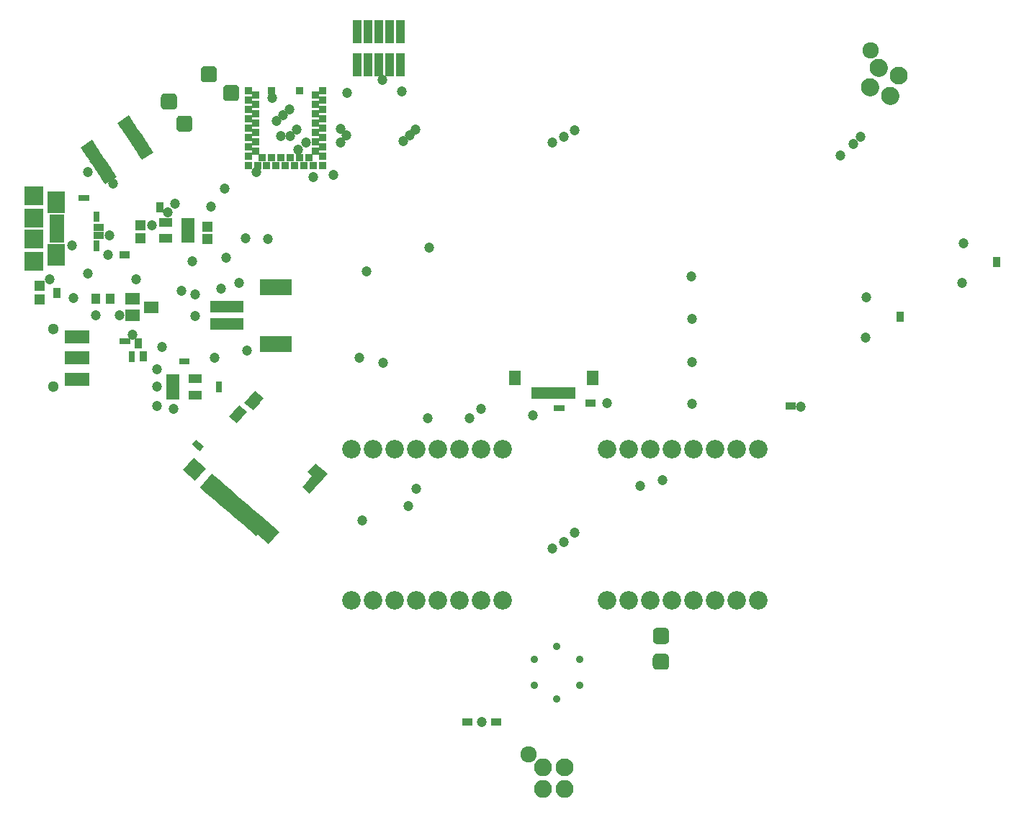
<source format=gbs>
G04 #@! TF.GenerationSoftware,KiCad,Pcbnew,(5.0.0-rc2-dev-321-g78161b592)*
G04 #@! TF.CreationDate,2018-05-29T00:04:35-06:00*
G04 #@! TF.ProjectId,dragon,647261676F6E2E6B696361645F706362,1.0*
G04 #@! TF.SameCoordinates,Original*
G04 #@! TF.FileFunction,Soldermask,Bot*
G04 #@! TF.FilePolarity,Negative*
%FSLAX46Y46*%
G04 Gerber Fmt 4.6, Leading zero omitted, Abs format (unit mm)*
G04 Created by KiCad (PCBNEW (5.0.0-rc2-dev-321-g78161b592)) date 05/29/18 00:04:35*
%MOMM*%
%LPD*%
G01*
G04 APERTURE LIST*
%ADD10C,0.900000*%
%ADD11C,1.924000*%
%ADD12C,2.100000*%
%ADD13C,2.100000*%
%ADD14O,2.100000X2.100000*%
%ADD15C,2.178000*%
%ADD16R,0.750000X0.700000*%
%ADD17R,0.700000X0.750000*%
%ADD18R,1.150000X1.200000*%
%ADD19R,1.200000X1.200000*%
%ADD20R,1.000000X1.200000*%
%ADD21R,1.750000X0.800000*%
%ADD22R,2.300000X2.300000*%
%ADD23R,2.000000X2.500000*%
%ADD24C,1.100176*%
%ADD25C,0.100000*%
%ADD26C,1.101190*%
%ADD27C,1.100642*%
%ADD28C,1.100870*%
%ADD29C,1.100982*%
%ADD30C,1.100174*%
%ADD31C,1.100710*%
%ADD32C,1.101054*%
%ADD33C,1.900920*%
%ADD34C,1.901800*%
%ADD35C,1.200584*%
%ADD36C,1.200364*%
%ADD37C,1.400010*%
%ADD38C,1.401290*%
%ADD39R,3.800000X1.900000*%
%ADD40R,3.900000X1.400000*%
%ADD41R,1.140000X2.800000*%
%ADD42R,0.680000X0.830000*%
%ADD43R,0.830000X0.680000*%
%ADD44C,1.300000*%
%ADD45R,2.900000X1.650000*%
%ADD46C,0.800000*%
%ADD47R,1.620000X1.050000*%
%ADD48R,0.900000X0.900000*%
%ADD49R,0.654000X1.416000*%
%ADD50R,1.416000X1.746200*%
%ADD51C,1.900000*%
%ADD52C,0.700000*%
%ADD53R,1.800000X1.400000*%
%ADD54C,1.200000*%
G04 APERTURE END LIST*
D10*
X144084679Y-132750000D03*
X144084679Y-135850000D03*
X141400000Y-137400000D03*
X138715321Y-135850000D03*
X138715321Y-132750000D03*
X141400000Y-131200000D03*
D11*
X178312327Y-61110099D03*
D12*
X181565270Y-64127187D03*
X180572813Y-66465270D03*
D13*
X180572813Y-66465270D02*
X180572813Y-66465270D01*
D12*
X179227187Y-63134730D03*
D13*
X179227187Y-63134730D02*
X179227187Y-63134730D01*
D12*
X178234730Y-65472813D03*
D13*
X178234730Y-65472813D02*
X178234730Y-65472813D01*
D11*
X138096780Y-143919831D03*
D12*
X142270000Y-145426051D03*
D14*
X142270000Y-147966051D03*
X139730000Y-145426051D03*
X139730000Y-147966051D03*
D15*
X117270000Y-108070000D03*
X119810000Y-108070000D03*
X122350000Y-108070000D03*
X124890000Y-108070000D03*
X127430000Y-108070000D03*
X129970000Y-108070000D03*
X132510000Y-108070000D03*
X135050000Y-108070000D03*
X117270000Y-125850000D03*
X119810000Y-125850000D03*
X122350000Y-125850000D03*
X124890000Y-125850000D03*
X127430000Y-125850000D03*
X129970000Y-125850000D03*
X132510000Y-125850000D03*
X135050000Y-125850000D03*
X147270000Y-108070000D03*
X149810000Y-108070000D03*
X152350000Y-108070000D03*
X154890000Y-108070000D03*
X157430000Y-108070000D03*
X159970000Y-108070000D03*
X162510000Y-108070000D03*
X165050000Y-108070000D03*
X147270000Y-125850000D03*
X149810000Y-125850000D03*
X152350000Y-125850000D03*
X154890000Y-125850000D03*
X157430000Y-125850000D03*
X159970000Y-125850000D03*
X162510000Y-125850000D03*
X165050000Y-125850000D03*
D16*
X87300000Y-83820000D03*
X87300000Y-84380000D03*
X87300000Y-80420000D03*
X87300000Y-80980000D03*
D17*
X86080000Y-78525000D03*
X85520000Y-78525000D03*
D18*
X92400000Y-81750000D03*
X92400000Y-83250000D03*
D16*
X91425000Y-96870000D03*
X91425000Y-97430000D03*
D18*
X100300000Y-83350000D03*
X100300000Y-81850000D03*
D17*
X90880000Y-95300000D03*
X90320000Y-95300000D03*
X97880000Y-97700000D03*
X97320000Y-97700000D03*
D16*
X101700000Y-100980000D03*
X101700000Y-100420000D03*
D19*
X80600000Y-88800000D03*
X80600000Y-90400000D03*
D20*
X87160000Y-90350000D03*
X88860000Y-90350000D03*
D21*
X82600000Y-83400000D03*
X82600000Y-82750000D03*
X82600000Y-82100000D03*
X82600000Y-81450000D03*
X82600000Y-80800000D03*
D22*
X79950000Y-83300000D03*
X79950000Y-80900000D03*
X79950000Y-85950000D03*
D23*
X82500000Y-85200000D03*
X82500000Y-79000000D03*
D22*
X79950000Y-78250000D03*
D24*
X100546255Y-112085284D03*
D25*
G36*
X100262146Y-113259157D02*
X99428065Y-112541734D01*
X100830364Y-110911411D01*
X101664445Y-111628834D01*
X100262146Y-113259157D01*
X100262146Y-113259157D01*
G37*
D26*
X101380203Y-112802592D03*
D25*
G36*
X101095651Y-113977758D02*
X100260801Y-113259674D01*
X101664755Y-111627426D01*
X102499605Y-112345510D01*
X101095651Y-113977758D01*
X101095651Y-113977758D01*
G37*
D27*
X102214151Y-113519900D03*
D25*
G36*
X101929838Y-114694368D02*
X101095403Y-113976641D01*
X102498464Y-112345432D01*
X103332899Y-113063159D01*
X101929838Y-114694368D01*
X101929838Y-114694368D01*
G37*
D28*
X103048099Y-114237209D03*
D25*
G36*
X102763686Y-115411968D02*
X101929079Y-114694092D01*
X103332512Y-113062450D01*
X104167119Y-113780326D01*
X102763686Y-115411968D01*
X102763686Y-115411968D01*
G37*
D29*
X103882046Y-114954517D03*
D25*
G36*
X103597584Y-116129418D02*
X102762892Y-115411470D01*
X104166508Y-113779616D01*
X105001200Y-114497564D01*
X103597584Y-116129418D01*
X103597584Y-116129418D01*
G37*
D30*
X104715994Y-115671825D03*
D25*
G36*
X104431888Y-116845693D02*
X103597808Y-116128272D01*
X105000100Y-114497957D01*
X105834180Y-115215378D01*
X104431888Y-116845693D01*
X104431888Y-116845693D01*
G37*
D31*
X105549942Y-116389133D03*
D25*
G36*
X105265602Y-117563684D02*
X104431116Y-116845913D01*
X105834282Y-115214582D01*
X106668768Y-115932353D01*
X105265602Y-117563684D01*
X105265602Y-117563684D01*
G37*
D32*
X106383890Y-117106442D03*
D25*
G36*
X106099397Y-118281435D02*
X105264650Y-117563439D01*
X106668383Y-115931449D01*
X107503130Y-116649445D01*
X106099397Y-118281435D01*
X106099397Y-118281435D01*
G37*
D33*
X107450977Y-117859403D03*
D25*
G36*
X108791347Y-117758620D02*
X107551760Y-119199773D01*
X106110607Y-117960186D01*
X107350194Y-116519033D01*
X108791347Y-117758620D01*
X108791347Y-117758620D01*
G37*
D34*
X98770338Y-110392876D03*
D25*
G36*
X100111328Y-110292046D02*
X98871168Y-111733866D01*
X97429348Y-110493706D01*
X98669508Y-109051886D01*
X100111328Y-110292046D01*
X100111328Y-110292046D01*
G37*
D35*
X112539598Y-112211699D03*
D25*
G36*
X112374848Y-113323793D02*
X111464644Y-112540894D01*
X112704348Y-111099605D01*
X113614552Y-111882504D01*
X112374848Y-113323793D01*
X112374848Y-113323793D01*
G37*
D36*
X103903757Y-103926336D03*
D25*
G36*
X103771678Y-105000277D02*
X102861641Y-104217522D01*
X104035836Y-102852395D01*
X104945873Y-103635150D01*
X103771678Y-105000277D01*
X103771678Y-105000277D01*
G37*
D37*
X113248608Y-110843003D03*
D25*
G36*
X114425312Y-110931802D02*
X113512367Y-111993198D01*
X112071904Y-110754204D01*
X112984849Y-109692808D01*
X114425312Y-110931802D01*
X114425312Y-110931802D01*
G37*
D38*
X105804651Y-102329746D03*
D25*
G36*
X105715711Y-103507595D02*
X104653345Y-102593816D01*
X105893591Y-101151897D01*
X106955957Y-102065676D01*
X105715711Y-103507595D01*
X105715711Y-103507595D01*
G37*
D39*
X108375000Y-95650000D03*
X108375000Y-88950000D03*
D40*
X102625000Y-93300000D03*
X102625000Y-91300000D03*
D41*
X122990000Y-62800000D03*
X122990000Y-58900000D03*
X121720000Y-62800000D03*
X121720000Y-58900000D03*
X120450000Y-62800000D03*
X120450000Y-58900000D03*
X119180000Y-62800000D03*
X119180000Y-58900000D03*
X117910000Y-62800000D03*
X117910000Y-58900000D03*
D42*
X87820953Y-82895000D03*
X87300953Y-82895000D03*
X87300953Y-81955000D03*
X87820953Y-81955000D03*
D43*
X82600000Y-89960000D03*
X82600000Y-89440000D03*
X94700000Y-79340000D03*
X94700000Y-79860000D03*
X92775000Y-97385000D03*
X92775000Y-96865000D03*
X92175000Y-95315000D03*
X92175000Y-95835000D03*
D42*
X90340000Y-85200000D03*
X90860000Y-85200000D03*
X134040000Y-140150000D03*
X134560000Y-140150000D03*
X131160000Y-140150000D03*
X130640000Y-140150000D03*
X145090000Y-102600000D03*
X145610000Y-102600000D03*
D43*
X181800000Y-92710000D03*
X181800000Y-92190000D03*
X193100000Y-85740000D03*
X193100000Y-86260000D03*
D42*
X168640000Y-103000000D03*
X169160000Y-103000000D03*
D44*
X82200000Y-93900000D03*
X82200000Y-100700000D03*
D45*
X84950000Y-94800000D03*
X84950000Y-97300000D03*
X84950000Y-99800000D03*
D46*
X86304492Y-72437651D03*
D25*
G36*
X86749472Y-71661769D02*
X87192186Y-72328106D01*
X85859512Y-73213533D01*
X85416798Y-72547196D01*
X86749472Y-71661769D01*
X86749472Y-71661769D01*
G37*
D46*
X86655896Y-72966556D03*
D25*
G36*
X87100876Y-72190674D02*
X87543590Y-72857011D01*
X86210916Y-73742438D01*
X85768202Y-73076101D01*
X87100876Y-72190674D01*
X87100876Y-72190674D01*
G37*
D46*
X87007298Y-73495461D03*
D25*
G36*
X87452278Y-72719579D02*
X87894992Y-73385916D01*
X86562318Y-74271343D01*
X86119604Y-73605006D01*
X87452278Y-72719579D01*
X87452278Y-72719579D01*
G37*
D46*
X87358703Y-74024366D03*
D25*
G36*
X87803683Y-73248484D02*
X88246397Y-73914821D01*
X86913723Y-74800248D01*
X86471009Y-74133911D01*
X87803683Y-73248484D01*
X87803683Y-73248484D01*
G37*
D46*
X87710107Y-74553271D03*
D25*
G36*
X88155087Y-73777389D02*
X88597801Y-74443726D01*
X87265127Y-75329153D01*
X86822413Y-74662816D01*
X88155087Y-73777389D01*
X88155087Y-73777389D01*
G37*
D46*
X88061510Y-75082176D03*
D25*
G36*
X88506490Y-74306294D02*
X88949204Y-74972631D01*
X87616530Y-75858058D01*
X87173816Y-75191721D01*
X88506490Y-74306294D01*
X88506490Y-74306294D01*
G37*
D46*
X88412914Y-75611080D03*
D25*
G36*
X88857894Y-74835198D02*
X89300608Y-75501535D01*
X87967934Y-76386962D01*
X87525220Y-75720625D01*
X88857894Y-74835198D01*
X88857894Y-74835198D01*
G37*
D46*
X88764317Y-76139985D03*
D25*
G36*
X89209297Y-75364103D02*
X89652011Y-76030440D01*
X88319337Y-76915867D01*
X87876623Y-76249530D01*
X89209297Y-75364103D01*
X89209297Y-75364103D01*
G37*
D46*
X93095508Y-73262349D03*
D25*
G36*
X93540488Y-72486467D02*
X93983202Y-73152804D01*
X92650528Y-74038231D01*
X92207814Y-73371894D01*
X93540488Y-72486467D01*
X93540488Y-72486467D01*
G37*
D46*
X92744104Y-72733444D03*
D25*
G36*
X93189084Y-71957562D02*
X93631798Y-72623899D01*
X92299124Y-73509326D01*
X91856410Y-72842989D01*
X93189084Y-71957562D01*
X93189084Y-71957562D01*
G37*
D46*
X92392702Y-72204539D03*
D25*
G36*
X92837682Y-71428657D02*
X93280396Y-72094994D01*
X91947722Y-72980421D01*
X91505008Y-72314084D01*
X92837682Y-71428657D01*
X92837682Y-71428657D01*
G37*
D46*
X92041297Y-71675634D03*
D25*
G36*
X92486277Y-70899752D02*
X92928991Y-71566089D01*
X91596317Y-72451516D01*
X91153603Y-71785179D01*
X92486277Y-70899752D01*
X92486277Y-70899752D01*
G37*
D46*
X91689893Y-71146729D03*
D25*
G36*
X92134873Y-70370847D02*
X92577587Y-71037184D01*
X91244913Y-71922611D01*
X90802199Y-71256274D01*
X92134873Y-70370847D01*
X92134873Y-70370847D01*
G37*
D46*
X91338490Y-70617824D03*
D25*
G36*
X91783470Y-69841942D02*
X92226184Y-70508279D01*
X90893510Y-71393706D01*
X90450796Y-70727369D01*
X91783470Y-69841942D01*
X91783470Y-69841942D01*
G37*
D46*
X90987086Y-70088920D03*
D25*
G36*
X91432066Y-69313038D02*
X91874780Y-69979375D01*
X90542106Y-70864802D01*
X90099392Y-70198465D01*
X91432066Y-69313038D01*
X91432066Y-69313038D01*
G37*
D46*
X90635683Y-69560015D03*
D25*
G36*
X91080663Y-68784133D02*
X91523377Y-69450470D01*
X90190703Y-70335897D01*
X89747989Y-69669560D01*
X91080663Y-68784133D01*
X91080663Y-68784133D01*
G37*
D47*
X98010000Y-81350000D03*
X98010000Y-82300000D03*
X98010000Y-83250000D03*
X95390000Y-83250000D03*
X95390000Y-81350000D03*
X98910000Y-101650000D03*
X98910000Y-99750000D03*
X96290000Y-99750000D03*
X96290000Y-100700000D03*
X96290000Y-101650000D03*
D48*
X113900000Y-65850001D03*
X113000000Y-66400000D03*
X113900000Y-66950000D03*
X113000000Y-67499999D03*
X113900000Y-68050000D03*
X113000000Y-68600000D03*
X113900000Y-69150000D03*
X113000000Y-69700000D03*
X113900000Y-70250000D03*
X113000000Y-70800001D03*
X113900000Y-71350000D03*
X113000000Y-71900000D03*
X113900000Y-72450000D03*
X113000000Y-73000000D03*
X113900000Y-73549999D03*
X113900000Y-74650000D03*
X112800000Y-74650001D03*
X112250000Y-73750000D03*
X111700000Y-74650000D03*
X111150000Y-73750000D03*
X110600000Y-74650000D03*
X110050000Y-73750000D03*
X109500000Y-74650001D03*
X108950000Y-73750000D03*
X108400000Y-74650000D03*
X107850000Y-73750000D03*
X107300000Y-74650000D03*
X106750000Y-73750000D03*
X106199999Y-74650000D03*
X105100000Y-74650000D03*
X105100000Y-73550000D03*
X106000000Y-73000000D03*
X105100001Y-72450000D03*
X106000000Y-71900000D03*
X105100000Y-71350000D03*
X106000000Y-70800000D03*
X105100000Y-70250000D03*
X106000000Y-69700000D03*
X105100001Y-69150000D03*
X106000000Y-68600000D03*
X105100000Y-68050000D03*
X106000000Y-67500000D03*
X105100000Y-66950000D03*
X106000000Y-66400000D03*
X105100000Y-65850000D03*
X107850000Y-65849999D03*
X111150000Y-65850000D03*
D49*
X138749999Y-101414000D03*
X139250001Y-101414000D03*
X139750000Y-101414000D03*
X140249999Y-101414000D03*
X140750000Y-101414000D03*
X141250000Y-101414000D03*
X141750001Y-101414000D03*
X142250000Y-101414000D03*
X142749999Y-101414000D03*
X143250001Y-101414000D03*
D50*
X145572000Y-99686800D03*
X136428000Y-99686800D03*
D25*
G36*
X154161558Y-129052287D02*
X154207668Y-129059127D01*
X154252885Y-129070453D01*
X154296775Y-129086157D01*
X154338913Y-129106087D01*
X154378896Y-129130052D01*
X154416337Y-129157820D01*
X154450876Y-129189124D01*
X154482180Y-129223663D01*
X154509948Y-129261104D01*
X154533913Y-129301087D01*
X154553843Y-129343225D01*
X154569547Y-129387115D01*
X154580873Y-129432332D01*
X154587713Y-129478442D01*
X154590000Y-129525000D01*
X154590000Y-130475000D01*
X154587713Y-130521558D01*
X154580873Y-130567668D01*
X154569547Y-130612885D01*
X154553843Y-130656775D01*
X154533913Y-130698913D01*
X154509948Y-130738896D01*
X154482180Y-130776337D01*
X154450876Y-130810876D01*
X154416337Y-130842180D01*
X154378896Y-130869948D01*
X154338913Y-130893913D01*
X154296775Y-130913843D01*
X154252885Y-130929547D01*
X154207668Y-130940873D01*
X154161558Y-130947713D01*
X154115000Y-130950000D01*
X153165000Y-130950000D01*
X153118442Y-130947713D01*
X153072332Y-130940873D01*
X153027115Y-130929547D01*
X152983225Y-130913843D01*
X152941087Y-130893913D01*
X152901104Y-130869948D01*
X152863663Y-130842180D01*
X152829124Y-130810876D01*
X152797820Y-130776337D01*
X152770052Y-130738896D01*
X152746087Y-130698913D01*
X152726157Y-130656775D01*
X152710453Y-130612885D01*
X152699127Y-130567668D01*
X152692287Y-130521558D01*
X152690000Y-130475000D01*
X152690000Y-129525000D01*
X152692287Y-129478442D01*
X152699127Y-129432332D01*
X152710453Y-129387115D01*
X152726157Y-129343225D01*
X152746087Y-129301087D01*
X152770052Y-129261104D01*
X152797820Y-129223663D01*
X152829124Y-129189124D01*
X152863663Y-129157820D01*
X152901104Y-129130052D01*
X152941087Y-129106087D01*
X152983225Y-129086157D01*
X153027115Y-129070453D01*
X153072332Y-129059127D01*
X153118442Y-129052287D01*
X153165000Y-129050000D01*
X154115000Y-129050000D01*
X154161558Y-129052287D01*
X154161558Y-129052287D01*
G37*
D51*
X153640000Y-130000000D03*
D25*
G36*
X96321558Y-66202287D02*
X96367668Y-66209127D01*
X96412885Y-66220453D01*
X96456775Y-66236157D01*
X96498913Y-66256087D01*
X96538896Y-66280052D01*
X96576337Y-66307820D01*
X96610876Y-66339124D01*
X96642180Y-66373663D01*
X96669948Y-66411104D01*
X96693913Y-66451087D01*
X96713843Y-66493225D01*
X96729547Y-66537115D01*
X96740873Y-66582332D01*
X96747713Y-66628442D01*
X96750000Y-66675000D01*
X96750000Y-67625000D01*
X96747713Y-67671558D01*
X96740873Y-67717668D01*
X96729547Y-67762885D01*
X96713843Y-67806775D01*
X96693913Y-67848913D01*
X96669948Y-67888896D01*
X96642180Y-67926337D01*
X96610876Y-67960876D01*
X96576337Y-67992180D01*
X96538896Y-68019948D01*
X96498913Y-68043913D01*
X96456775Y-68063843D01*
X96412885Y-68079547D01*
X96367668Y-68090873D01*
X96321558Y-68097713D01*
X96275000Y-68100000D01*
X95325000Y-68100000D01*
X95278442Y-68097713D01*
X95232332Y-68090873D01*
X95187115Y-68079547D01*
X95143225Y-68063843D01*
X95101087Y-68043913D01*
X95061104Y-68019948D01*
X95023663Y-67992180D01*
X94989124Y-67960876D01*
X94957820Y-67926337D01*
X94930052Y-67888896D01*
X94906087Y-67848913D01*
X94886157Y-67806775D01*
X94870453Y-67762885D01*
X94859127Y-67717668D01*
X94852287Y-67671558D01*
X94850000Y-67625000D01*
X94850000Y-66675000D01*
X94852287Y-66628442D01*
X94859127Y-66582332D01*
X94870453Y-66537115D01*
X94886157Y-66493225D01*
X94906087Y-66451087D01*
X94930052Y-66411104D01*
X94957820Y-66373663D01*
X94989124Y-66339124D01*
X95023663Y-66307820D01*
X95061104Y-66280052D01*
X95101087Y-66256087D01*
X95143225Y-66236157D01*
X95187115Y-66220453D01*
X95232332Y-66209127D01*
X95278442Y-66202287D01*
X95325000Y-66200000D01*
X96275000Y-66200000D01*
X96321558Y-66202287D01*
X96321558Y-66202287D01*
G37*
D51*
X95800000Y-67150000D03*
D25*
G36*
X98138226Y-68802287D02*
X98184336Y-68809127D01*
X98229553Y-68820453D01*
X98273443Y-68836157D01*
X98315581Y-68856087D01*
X98355564Y-68880052D01*
X98393005Y-68907820D01*
X98427544Y-68939124D01*
X98458848Y-68973663D01*
X98486616Y-69011104D01*
X98510581Y-69051087D01*
X98530511Y-69093225D01*
X98546215Y-69137115D01*
X98557541Y-69182332D01*
X98564381Y-69228442D01*
X98566668Y-69275000D01*
X98566668Y-70225000D01*
X98564381Y-70271558D01*
X98557541Y-70317668D01*
X98546215Y-70362885D01*
X98530511Y-70406775D01*
X98510581Y-70448913D01*
X98486616Y-70488896D01*
X98458848Y-70526337D01*
X98427544Y-70560876D01*
X98393005Y-70592180D01*
X98355564Y-70619948D01*
X98315581Y-70643913D01*
X98273443Y-70663843D01*
X98229553Y-70679547D01*
X98184336Y-70690873D01*
X98138226Y-70697713D01*
X98091668Y-70700000D01*
X97141668Y-70700000D01*
X97095110Y-70697713D01*
X97049000Y-70690873D01*
X97003783Y-70679547D01*
X96959893Y-70663843D01*
X96917755Y-70643913D01*
X96877772Y-70619948D01*
X96840331Y-70592180D01*
X96805792Y-70560876D01*
X96774488Y-70526337D01*
X96746720Y-70488896D01*
X96722755Y-70448913D01*
X96702825Y-70406775D01*
X96687121Y-70362885D01*
X96675795Y-70317668D01*
X96668955Y-70271558D01*
X96666668Y-70225000D01*
X96666668Y-69275000D01*
X96668955Y-69228442D01*
X96675795Y-69182332D01*
X96687121Y-69137115D01*
X96702825Y-69093225D01*
X96722755Y-69051087D01*
X96746720Y-69011104D01*
X96774488Y-68973663D01*
X96805792Y-68939124D01*
X96840331Y-68907820D01*
X96877772Y-68880052D01*
X96917755Y-68856087D01*
X96959893Y-68836157D01*
X97003783Y-68820453D01*
X97049000Y-68809127D01*
X97095110Y-68802287D01*
X97141668Y-68800000D01*
X98091668Y-68800000D01*
X98138226Y-68802287D01*
X98138226Y-68802287D01*
G37*
D51*
X97616668Y-69750000D03*
D25*
G36*
X154151558Y-132092287D02*
X154197668Y-132099127D01*
X154242885Y-132110453D01*
X154286775Y-132126157D01*
X154328913Y-132146087D01*
X154368896Y-132170052D01*
X154406337Y-132197820D01*
X154440876Y-132229124D01*
X154472180Y-132263663D01*
X154499948Y-132301104D01*
X154523913Y-132341087D01*
X154543843Y-132383225D01*
X154559547Y-132427115D01*
X154570873Y-132472332D01*
X154577713Y-132518442D01*
X154580000Y-132565000D01*
X154580000Y-133515000D01*
X154577713Y-133561558D01*
X154570873Y-133607668D01*
X154559547Y-133652885D01*
X154543843Y-133696775D01*
X154523913Y-133738913D01*
X154499948Y-133778896D01*
X154472180Y-133816337D01*
X154440876Y-133850876D01*
X154406337Y-133882180D01*
X154368896Y-133909948D01*
X154328913Y-133933913D01*
X154286775Y-133953843D01*
X154242885Y-133969547D01*
X154197668Y-133980873D01*
X154151558Y-133987713D01*
X154105000Y-133990000D01*
X153155000Y-133990000D01*
X153108442Y-133987713D01*
X153062332Y-133980873D01*
X153017115Y-133969547D01*
X152973225Y-133953843D01*
X152931087Y-133933913D01*
X152891104Y-133909948D01*
X152853663Y-133882180D01*
X152819124Y-133850876D01*
X152787820Y-133816337D01*
X152760052Y-133778896D01*
X152736087Y-133738913D01*
X152716157Y-133696775D01*
X152700453Y-133652885D01*
X152689127Y-133607668D01*
X152682287Y-133561558D01*
X152680000Y-133515000D01*
X152680000Y-132565000D01*
X152682287Y-132518442D01*
X152689127Y-132472332D01*
X152700453Y-132427115D01*
X152716157Y-132383225D01*
X152736087Y-132341087D01*
X152760052Y-132301104D01*
X152787820Y-132263663D01*
X152819124Y-132229124D01*
X152853663Y-132197820D01*
X152891104Y-132170052D01*
X152931087Y-132146087D01*
X152973225Y-132126157D01*
X153017115Y-132110453D01*
X153062332Y-132099127D01*
X153108442Y-132092287D01*
X153155000Y-132090000D01*
X154105000Y-132090000D01*
X154151558Y-132092287D01*
X154151558Y-132092287D01*
G37*
D51*
X153630000Y-133040000D03*
D25*
G36*
X103621558Y-65202287D02*
X103667668Y-65209127D01*
X103712885Y-65220453D01*
X103756775Y-65236157D01*
X103798913Y-65256087D01*
X103838896Y-65280052D01*
X103876337Y-65307820D01*
X103910876Y-65339124D01*
X103942180Y-65373663D01*
X103969948Y-65411104D01*
X103993913Y-65451087D01*
X104013843Y-65493225D01*
X104029547Y-65537115D01*
X104040873Y-65582332D01*
X104047713Y-65628442D01*
X104050000Y-65675000D01*
X104050000Y-66625000D01*
X104047713Y-66671558D01*
X104040873Y-66717668D01*
X104029547Y-66762885D01*
X104013843Y-66806775D01*
X103993913Y-66848913D01*
X103969948Y-66888896D01*
X103942180Y-66926337D01*
X103910876Y-66960876D01*
X103876337Y-66992180D01*
X103838896Y-67019948D01*
X103798913Y-67043913D01*
X103756775Y-67063843D01*
X103712885Y-67079547D01*
X103667668Y-67090873D01*
X103621558Y-67097713D01*
X103575000Y-67100000D01*
X102625000Y-67100000D01*
X102578442Y-67097713D01*
X102532332Y-67090873D01*
X102487115Y-67079547D01*
X102443225Y-67063843D01*
X102401087Y-67043913D01*
X102361104Y-67019948D01*
X102323663Y-66992180D01*
X102289124Y-66960876D01*
X102257820Y-66926337D01*
X102230052Y-66888896D01*
X102206087Y-66848913D01*
X102186157Y-66806775D01*
X102170453Y-66762885D01*
X102159127Y-66717668D01*
X102152287Y-66671558D01*
X102150000Y-66625000D01*
X102150000Y-65675000D01*
X102152287Y-65628442D01*
X102159127Y-65582332D01*
X102170453Y-65537115D01*
X102186157Y-65493225D01*
X102206087Y-65451087D01*
X102230052Y-65411104D01*
X102257820Y-65373663D01*
X102289124Y-65339124D01*
X102323663Y-65307820D01*
X102361104Y-65280052D01*
X102401087Y-65256087D01*
X102443225Y-65236157D01*
X102487115Y-65220453D01*
X102532332Y-65209127D01*
X102578442Y-65202287D01*
X102625000Y-65200000D01*
X103575000Y-65200000D01*
X103621558Y-65202287D01*
X103621558Y-65202287D01*
G37*
D51*
X103100000Y-66150000D03*
D25*
G36*
X101021558Y-63002287D02*
X101067668Y-63009127D01*
X101112885Y-63020453D01*
X101156775Y-63036157D01*
X101198913Y-63056087D01*
X101238896Y-63080052D01*
X101276337Y-63107820D01*
X101310876Y-63139124D01*
X101342180Y-63173663D01*
X101369948Y-63211104D01*
X101393913Y-63251087D01*
X101413843Y-63293225D01*
X101429547Y-63337115D01*
X101440873Y-63382332D01*
X101447713Y-63428442D01*
X101450000Y-63475000D01*
X101450000Y-64425000D01*
X101447713Y-64471558D01*
X101440873Y-64517668D01*
X101429547Y-64562885D01*
X101413843Y-64606775D01*
X101393913Y-64648913D01*
X101369948Y-64688896D01*
X101342180Y-64726337D01*
X101310876Y-64760876D01*
X101276337Y-64792180D01*
X101238896Y-64819948D01*
X101198913Y-64843913D01*
X101156775Y-64863843D01*
X101112885Y-64879547D01*
X101067668Y-64890873D01*
X101021558Y-64897713D01*
X100975000Y-64900000D01*
X100025000Y-64900000D01*
X99978442Y-64897713D01*
X99932332Y-64890873D01*
X99887115Y-64879547D01*
X99843225Y-64863843D01*
X99801087Y-64843913D01*
X99761104Y-64819948D01*
X99723663Y-64792180D01*
X99689124Y-64760876D01*
X99657820Y-64726337D01*
X99630052Y-64688896D01*
X99606087Y-64648913D01*
X99586157Y-64606775D01*
X99570453Y-64562885D01*
X99559127Y-64517668D01*
X99552287Y-64471558D01*
X99550000Y-64425000D01*
X99550000Y-63475000D01*
X99552287Y-63428442D01*
X99559127Y-63382332D01*
X99570453Y-63337115D01*
X99586157Y-63293225D01*
X99606087Y-63251087D01*
X99630052Y-63211104D01*
X99657820Y-63173663D01*
X99689124Y-63139124D01*
X99723663Y-63107820D01*
X99761104Y-63080052D01*
X99801087Y-63056087D01*
X99843225Y-63036157D01*
X99887115Y-63020453D01*
X99932332Y-63009127D01*
X99978442Y-63002287D01*
X100025000Y-63000000D01*
X100975000Y-63000000D01*
X101021558Y-63002287D01*
X101021558Y-63002287D01*
G37*
D51*
X100500000Y-63950000D03*
D52*
X98987722Y-107417412D03*
D25*
G36*
X99497606Y-107361346D02*
X99008532Y-107929947D01*
X98477838Y-107473478D01*
X98966912Y-106904877D01*
X99497606Y-107361346D01*
X99497606Y-107361346D01*
G37*
D52*
X99412278Y-107782588D03*
D25*
G36*
X99922162Y-107726522D02*
X99433088Y-108295123D01*
X98902394Y-107838654D01*
X99391468Y-107270053D01*
X99922162Y-107726522D01*
X99922162Y-107726522D01*
G37*
D17*
X141370000Y-103250000D03*
X141930000Y-103250000D03*
D53*
X91530000Y-92270000D03*
X91530000Y-90370000D03*
X93730000Y-91320000D03*
D54*
X93800000Y-81700000D03*
X118500000Y-116400000D03*
X123200000Y-66000000D03*
X116700000Y-66100000D03*
X95000000Y-96000000D03*
X94400000Y-98600000D03*
X94400000Y-103000000D03*
X89970000Y-92310000D03*
X87150000Y-92280000D03*
X98900000Y-92400000D03*
X98900000Y-89800000D03*
X174700000Y-73500000D03*
X132600000Y-140100000D03*
X86275000Y-87350000D03*
X115100000Y-75750000D03*
X88650000Y-85175000D03*
X101900000Y-89200000D03*
X98500000Y-85900000D03*
X101125000Y-97250000D03*
X94400000Y-100700000D03*
X91475000Y-94575000D03*
X91900000Y-88100000D03*
X143500000Y-117900000D03*
X143500000Y-70500000D03*
X177100000Y-71300000D03*
X176300000Y-72100000D03*
X111875000Y-72000000D03*
X106075000Y-75450000D03*
X104775000Y-83250000D03*
X138600000Y-104050000D03*
X107950000Y-66725000D03*
X84575000Y-90250000D03*
X177700000Y-94900000D03*
X189050000Y-88500000D03*
X104000000Y-88500000D03*
X86283521Y-75427502D03*
X84400000Y-84100000D03*
X107400000Y-83300000D03*
X110975000Y-72825000D03*
X104975000Y-96475000D03*
X132510000Y-103325000D03*
X118200000Y-97300000D03*
X119050000Y-87100000D03*
X112800000Y-76000000D03*
X81800000Y-88100000D03*
X121000000Y-97900000D03*
X110775000Y-70450000D03*
X110050000Y-71200000D03*
X108975000Y-71175000D03*
X124825000Y-70425000D03*
X109950000Y-68075000D03*
X89200000Y-76825000D03*
X131175000Y-104375000D03*
X126425000Y-84375000D03*
X126200000Y-104400000D03*
X96325000Y-103325000D03*
X147270000Y-102600000D03*
X142250000Y-119000000D03*
X142250000Y-71325000D03*
X124075000Y-71100000D03*
X109225000Y-68775000D03*
X140900000Y-119750000D03*
X140900000Y-71950000D03*
X123375000Y-71825000D03*
X108475000Y-69450000D03*
X95700000Y-80200000D03*
X100700000Y-79500000D03*
X97300000Y-89400000D03*
X96500000Y-79175000D03*
X102475000Y-85500000D03*
X170100000Y-103025000D03*
X157300000Y-102725000D03*
X157275000Y-97800000D03*
X157275000Y-92725000D03*
X157250000Y-87700000D03*
X116000000Y-71950000D03*
X116625000Y-71150000D03*
X115975000Y-70375000D03*
X120900000Y-64600000D03*
X153800000Y-111700000D03*
X124900000Y-112700000D03*
X151200000Y-112400000D03*
X123975000Y-114750000D03*
X88800000Y-82900000D03*
X102350000Y-77350000D03*
X177800000Y-90200000D03*
X189250000Y-83850000D03*
M02*

</source>
